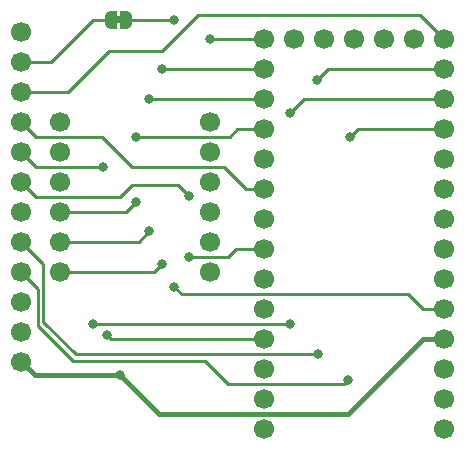
<source format=gbr>
%TF.GenerationSoftware,KiCad,Pcbnew,(6.0.4-0)*%
%TF.CreationDate,2022-08-22T18:59:51-05:00*%
%TF.ProjectId,pixel-frame-adapter,70697865-6c2d-4667-9261-6d652d616461,rev?*%
%TF.SameCoordinates,Original*%
%TF.FileFunction,Copper,L1,Top*%
%TF.FilePolarity,Positive*%
%FSLAX46Y46*%
G04 Gerber Fmt 4.6, Leading zero omitted, Abs format (unit mm)*
G04 Created by KiCad (PCBNEW (6.0.4-0)) date 2022-08-22 18:59:51*
%MOMM*%
%LPD*%
G01*
G04 APERTURE LIST*
G04 Aperture macros list*
%AMFreePoly0*
4,1,22,0.500000,-0.750000,0.000000,-0.750000,0.000000,-0.745033,-0.079941,-0.743568,-0.215256,-0.701293,-0.333266,-0.622738,-0.424486,-0.514219,-0.481581,-0.384460,-0.499164,-0.250000,-0.500000,-0.250000,-0.500000,0.250000,-0.499164,0.250000,-0.499963,0.256109,-0.478152,0.396186,-0.417904,0.524511,-0.324060,0.630769,-0.204165,0.706417,-0.067858,0.745374,0.000000,0.744959,0.000000,0.750000,
0.500000,0.750000,0.500000,-0.750000,0.500000,-0.750000,$1*%
%AMFreePoly1*
4,1,20,0.000000,0.744959,0.073905,0.744508,0.209726,0.703889,0.328688,0.626782,0.421226,0.519385,0.479903,0.390333,0.500000,0.250000,0.500000,-0.250000,0.499851,-0.262216,0.476331,-0.402017,0.414519,-0.529596,0.319384,-0.634700,0.198574,-0.708877,0.061801,-0.746166,0.000000,-0.745033,0.000000,-0.750000,-0.500000,-0.750000,-0.500000,0.750000,0.000000,0.750000,0.000000,0.744959,
0.000000,0.744959,$1*%
G04 Aperture macros list end*
%TA.AperFunction,ComponentPad*%
%ADD10C,1.700000*%
%TD*%
%TA.AperFunction,SMDPad,CuDef*%
%ADD11FreePoly0,180.000000*%
%TD*%
%TA.AperFunction,SMDPad,CuDef*%
%ADD12FreePoly1,180.000000*%
%TD*%
%TA.AperFunction,ViaPad*%
%ADD13C,0.812800*%
%TD*%
%TA.AperFunction,ViaPad*%
%ADD14C,0.800000*%
%TD*%
%TA.AperFunction,Conductor*%
%ADD15C,0.228600*%
%TD*%
%TA.AperFunction,Conductor*%
%ADD16C,0.381000*%
%TD*%
%TA.AperFunction,Conductor*%
%ADD17C,0.250000*%
%TD*%
G04 APERTURE END LIST*
%TO.C,JP1*%
G36*
X141372400Y-85999600D02*
G01*
X140872400Y-85999600D01*
X140872400Y-85399600D01*
X141372400Y-85399600D01*
X141372400Y-85999600D01*
G37*
%TD*%
D10*
%TO.P,U2,1,RESET*%
%TO.N,unconnected-(U2-Pad1)*%
X168681400Y-120370600D03*
%TO.P,U2,2,3V3*%
%TO.N,unconnected-(U2-Pad2)*%
X168681400Y-117830600D03*
%TO.P,U2,3,AREF*%
%TO.N,unconnected-(U2-Pad3)*%
X168681400Y-115290600D03*
%TO.P,U2,4,VHI*%
%TO.N,+5V*%
X168681400Y-112750600D03*
%TO.P,U2,5,A0*%
%TO.N,BACKLIGHT*%
X168681400Y-110210600D03*
%TO.P,U2,6,A1*%
%TO.N,unconnected-(U2-Pad6)*%
X168681400Y-107670600D03*
%TO.P,U2,7,A2*%
%TO.N,unconnected-(U2-Pad7)*%
X168681400Y-105130600D03*
%TO.P,U2,8,A3*%
%TO.N,unconnected-(U2-Pad8)*%
X168681400Y-102590600D03*
%TO.P,U2,9,A4*%
%TO.N,unconnected-(U2-Pad9)*%
X168681400Y-100050600D03*
%TO.P,U2,10,A5*%
%TO.N,unconnected-(U2-Pad10)*%
X168681400Y-97510600D03*
%TO.P,U2,11,SCK*%
%TO.N,SPI_CLK*%
X168681400Y-94970600D03*
%TO.P,U2,12,MOSI*%
%TO.N,SPI_MOSI*%
X168681400Y-92430600D03*
%TO.P,U2,13,MISO*%
%TO.N,SD_CARD_MISO*%
X168681400Y-89890600D03*
%TO.P,U2,14,D2*%
%TO.N,SD_CARD_CS*%
X168681400Y-87350600D03*
%TO.P,U2,15,EN*%
%TO.N,unconnected-(U2-Pad15)*%
X166141400Y-87350600D03*
%TO.P,U2,16,SWDIO*%
%TO.N,unconnected-(U2-Pad16)*%
X163601400Y-87350600D03*
%TO.P,U2,17,SWCLK*%
%TO.N,unconnected-(U2-Pad17)*%
X161061400Y-87350600D03*
%TO.P,U2,18,D3*%
%TO.N,unconnected-(U2-Pad18)*%
X158521400Y-87350600D03*
%TO.P,U2,19,D4*%
%TO.N,unconnected-(U2-Pad19)*%
X155981400Y-87350600D03*
%TO.P,U2,20,D0*%
%TO.N,ACC_INT2*%
X153441400Y-87350600D03*
%TO.P,U2,21,D1*%
%TO.N,ACC_INT*%
X153441400Y-89890600D03*
%TO.P,U2,22,SDA*%
%TO.N,I2C_SDA*%
X153441400Y-92430600D03*
%TO.P,U2,23,SCL*%
%TO.N,I2C_SCL*%
X153441400Y-94970600D03*
%TO.P,U2,24,D5*%
%TO.N,unconnected-(U2-Pad24)*%
X153441400Y-97510600D03*
%TO.P,U2,25,D7*%
%TO.N,SPI_DC*%
X153441400Y-100050600D03*
%TO.P,U2,26,D9*%
%TO.N,unconnected-(U2-Pad26)*%
X153441400Y-102590600D03*
%TO.P,U2,27,D10*%
%TO.N,SPI_CS*%
X153441400Y-105130600D03*
%TO.P,U2,28,D11*%
%TO.N,unconnected-(U2-Pad28)*%
X153441400Y-107670600D03*
%TO.P,U2,29,D12*%
%TO.N,unconnected-(U2-Pad29)*%
X153441400Y-110210600D03*
%TO.P,U2,30,D13*%
%TO.N,RST*%
X153441400Y-112750600D03*
%TO.P,U2,31,VBUS*%
%TO.N,unconnected-(U2-Pad31)*%
X153441400Y-115290600D03*
%TO.P,U2,32,GND*%
%TO.N,GND*%
X153441400Y-117830600D03*
%TO.P,U2,33,VBAT*%
%TO.N,unconnected-(U2-Pad33)*%
X153441400Y-120370600D03*
%TD*%
%TO.P,U3,1,CS*%
%TO.N,unconnected-(U3-Pad1)*%
X148844000Y-107042204D03*
%TO.P,U3,2,SDO*%
%TO.N,unconnected-(U3-Pad2)*%
X148844000Y-104502204D03*
%TO.P,U3,3,A1*%
%TO.N,unconnected-(U3-Pad3)*%
X148844000Y-101962204D03*
%TO.P,U3,4,A2*%
%TO.N,unconnected-(U3-Pad4)*%
X148844000Y-99422204D03*
%TO.P,U3,5,A3*%
%TO.N,unconnected-(U3-Pad5)*%
X148844000Y-96882204D03*
%TO.P,U3,6,INT_2*%
%TO.N,ACC_INT2*%
X148844000Y-94342204D03*
%TO.P,U3,7,VIN*%
%TO.N,+5V*%
X136144000Y-94342204D03*
%TO.P,U3,8,3V*%
%TO.N,unconnected-(U3-Pad8)*%
X136144000Y-96882204D03*
%TO.P,U3,9,GND*%
%TO.N,GND*%
X136144000Y-99422204D03*
%TO.P,U3,10,SCL*%
%TO.N,I2C_SCL*%
X136144000Y-101962204D03*
%TO.P,U3,11,SDA*%
%TO.N,I2C_SDA*%
X136144000Y-104502204D03*
%TO.P,U3,12,INT*%
%TO.N,ACC_INT*%
X136144000Y-107042204D03*
%TD*%
%TO.P,U1,1,V+*%
%TO.N,+5V*%
X132867400Y-114662204D03*
%TO.P,U1,2,3V*%
%TO.N,unconnected-(U1-Pad2)*%
X132867400Y-112122204D03*
%TO.P,U1,3,G*%
%TO.N,GND*%
X132867400Y-109582204D03*
%TO.P,U1,4,CK*%
%TO.N,SPI_CLK*%
X132867400Y-107042204D03*
%TO.P,U1,5,SO*%
%TO.N,SD_CARD_MISO*%
X132867400Y-104502204D03*
%TO.P,U1,6,SI*%
%TO.N,SPI_MOSI*%
X132867400Y-101962204D03*
%TO.P,U1,7,TC*%
%TO.N,SPI_CS*%
X132867400Y-99422204D03*
%TO.P,U1,8,RT*%
%TO.N,RST*%
X132867400Y-96882204D03*
%TO.P,U1,9,DC*%
%TO.N,SPI_DC*%
X132867400Y-94342204D03*
%TO.P,U1,10,CC*%
%TO.N,SD_CARD_CS*%
X132867400Y-91802204D03*
%TO.P,U1,11,BL*%
%TO.N,Net-(JP1-Pad2)*%
X132867400Y-89262204D03*
%TO.P,U1,12,TE*%
%TO.N,unconnected-(U1-Pad12)*%
X132867400Y-86722204D03*
%TD*%
D11*
%TO.P,JP1,1,A*%
%TO.N,BACKLIGHT*%
X141772400Y-85699600D03*
D12*
%TO.P,JP1,2,B*%
%TO.N,Net-(JP1-Pad2)*%
X140472400Y-85699600D03*
%TD*%
D13*
%TO.N,BACKLIGHT*%
X145846800Y-85699600D03*
X145846800Y-108305600D03*
%TO.N,+5V*%
X141249400Y-115798600D03*
D14*
%TO.N,SPI_CLK*%
X160578800Y-116179600D03*
D13*
X160680400Y-95656400D03*
%TO.N,SD_CARD_MISO*%
X157962600Y-114020600D03*
X157937200Y-90830400D03*
%TO.N,SPI_MOSI*%
X155625800Y-93624400D03*
X155625800Y-111480600D03*
X138988800Y-111480600D03*
%TO.N,RST*%
X139827000Y-98171000D03*
X140106400Y-112395000D03*
D14*
%TO.N,ACC_INT2*%
X148844000Y-87350600D03*
D13*
%TO.N,ACC_INT*%
X144780000Y-106400600D03*
X144780000Y-89890600D03*
%TO.N,I2C_SDA*%
X143713200Y-103606600D03*
X143713200Y-92430600D03*
%TO.N,I2C_SCL*%
X142621000Y-101117400D03*
X142621000Y-95631000D03*
%TO.N,SPI_CS*%
X147091400Y-105765600D03*
X147091400Y-100609400D03*
%TD*%
D15*
%TO.N,BACKLIGHT*%
X141772400Y-85699600D02*
X145846800Y-85699600D01*
X145846800Y-108305600D02*
X146481800Y-108940600D01*
X146481800Y-108940600D02*
X165633400Y-108940600D01*
X165633400Y-108940600D02*
X166903400Y-110210600D01*
X166903400Y-110210600D02*
X168681400Y-110210600D01*
D16*
%TO.N,+5V*%
X141249400Y-115798600D02*
X134003796Y-115798600D01*
X141249400Y-115798600D02*
X144551400Y-119100600D01*
X160528000Y-119100600D02*
X166878000Y-112750600D01*
X134003796Y-115798600D02*
X132867400Y-114662204D01*
X144551400Y-119100600D02*
X160528000Y-119100600D01*
X166878000Y-112750600D02*
X168681400Y-112750600D01*
D15*
%TO.N,SPI_CLK*%
X132867400Y-107042204D02*
X134330380Y-108505184D01*
X137287000Y-114604800D02*
X148437600Y-114604800D01*
X161366200Y-94970600D02*
X160680400Y-95656400D01*
X134330380Y-108505184D02*
X134330380Y-111648180D01*
X168681400Y-94970600D02*
X161366200Y-94970600D01*
X160197800Y-116560600D02*
X160578800Y-116179600D01*
X148437600Y-114604800D02*
X150393400Y-116560600D01*
X134330380Y-111648180D02*
X137287000Y-114604800D01*
X150393400Y-116560600D02*
X160197800Y-116560600D01*
%TO.N,SD_CARD_MISO*%
X137490200Y-114020600D02*
X157962600Y-114020600D01*
X157937200Y-90830400D02*
X158877000Y-89890600D01*
X132867400Y-104502204D02*
X134736300Y-106371104D01*
X158877000Y-89890600D02*
X168681400Y-89890600D01*
X134736300Y-111266700D02*
X137490200Y-114020600D01*
X134736300Y-106371104D02*
X134736300Y-111266700D01*
%TO.N,SPI_MOSI*%
X155625800Y-93624400D02*
X156819600Y-92430600D01*
X138988800Y-111480600D02*
X155625800Y-111480600D01*
X156819600Y-92430600D02*
X168681400Y-92430600D01*
%TO.N,RST*%
X134156196Y-98171000D02*
X139827000Y-98171000D01*
X132867400Y-96882204D02*
X134156196Y-98171000D01*
X140462000Y-112750600D02*
X140106400Y-112395000D01*
X153441400Y-112750600D02*
X140462000Y-112750600D01*
%TO.N,SPI_DC*%
X139750800Y-95605600D02*
X142290800Y-98145600D01*
X142290800Y-98145600D02*
X150012400Y-98145600D01*
X150012400Y-98145600D02*
X151917400Y-100050600D01*
X132867400Y-94342204D02*
X134130796Y-95605600D01*
X134130796Y-95605600D02*
X139750800Y-95605600D01*
X151917400Y-100050600D02*
X153441400Y-100050600D01*
%TO.N,SD_CARD_CS*%
X132867400Y-91802204D02*
X136873996Y-91802204D01*
X136873996Y-91802204D02*
X140309600Y-88366600D01*
X166624000Y-85293200D02*
X168681400Y-87350600D01*
X147878800Y-85293200D02*
X166624000Y-85293200D01*
X140309600Y-88366600D02*
X144805400Y-88366600D01*
X144805400Y-88366600D02*
X147878800Y-85293200D01*
D17*
%TO.N,ACC_INT2*%
X153441400Y-87350600D02*
X148844000Y-87350600D01*
D15*
%TO.N,ACC_INT*%
X144780000Y-89890600D02*
X153441400Y-89890600D01*
X136144000Y-107042204D02*
X144138396Y-107042204D01*
X144138396Y-107042204D02*
X144780000Y-106400600D01*
%TO.N,I2C_SDA*%
X136144000Y-104502204D02*
X142817596Y-104502204D01*
X143713200Y-92430600D02*
X153441400Y-92430600D01*
X142817596Y-104502204D02*
X143713200Y-103606600D01*
%TO.N,I2C_SCL*%
X151180800Y-94970600D02*
X153441400Y-94970600D01*
X136144000Y-101962204D02*
X141776196Y-101962204D01*
X142621000Y-95631000D02*
X150520400Y-95631000D01*
X150520400Y-95631000D02*
X151180800Y-94970600D01*
X141776196Y-101962204D02*
X142621000Y-101117400D01*
%TO.N,SPI_CS*%
X142290800Y-99669600D02*
X146151600Y-99669600D01*
X132867400Y-99422204D02*
X134130796Y-100685600D01*
X134130796Y-100685600D02*
X141274800Y-100685600D01*
X150418800Y-105765600D02*
X147091400Y-105765600D01*
X153441400Y-105130600D02*
X151053800Y-105130600D01*
X146151600Y-99669600D02*
X147091400Y-100609400D01*
X151053800Y-105130600D02*
X150418800Y-105765600D01*
X141274800Y-100685600D02*
X142290800Y-99669600D01*
%TO.N,Net-(JP1-Pad2)*%
X135375396Y-89262204D02*
X138938000Y-85699600D01*
X132867400Y-89262204D02*
X135375396Y-89262204D01*
X138938000Y-85699600D02*
X140472400Y-85699600D01*
%TD*%
M02*

</source>
